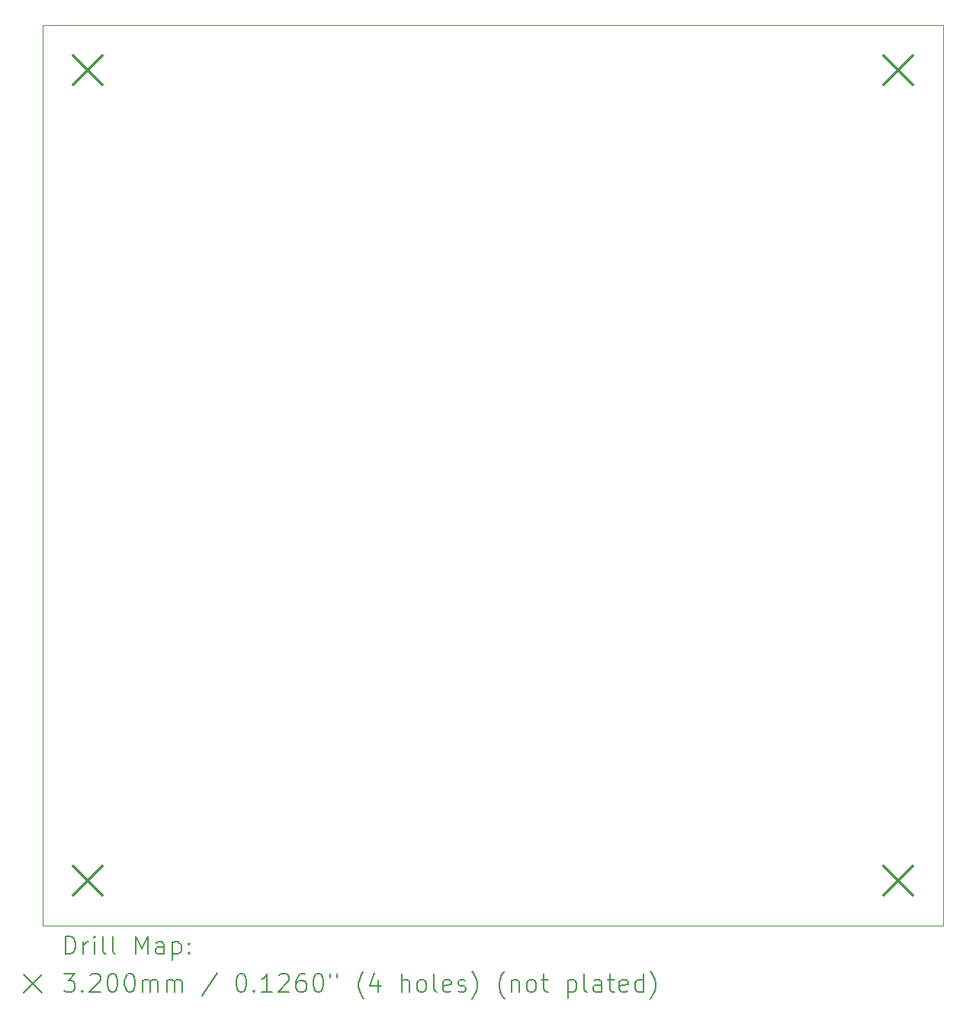
<source format=gbr>
%TF.GenerationSoftware,KiCad,Pcbnew,8.0.5*%
%TF.CreationDate,2024-11-03T16:46:17+01:00*%
%TF.ProjectId,cable-tester,6361626c-652d-4746-9573-7465722e6b69,rev?*%
%TF.SameCoordinates,Original*%
%TF.FileFunction,Drillmap*%
%TF.FilePolarity,Positive*%
%FSLAX45Y45*%
G04 Gerber Fmt 4.5, Leading zero omitted, Abs format (unit mm)*
G04 Created by KiCad (PCBNEW 8.0.5) date 2024-11-03 16:46:17*
%MOMM*%
%LPD*%
G01*
G04 APERTURE LIST*
%ADD10C,0.100000*%
%ADD11C,0.200000*%
%ADD12C,0.320000*%
G04 APERTURE END LIST*
D10*
X5000000Y-5000000D02*
X15000000Y-5000000D01*
X15000000Y-15000000D01*
X5000000Y-15000000D01*
X5000000Y-5000000D01*
D11*
D12*
X5340000Y-5340000D02*
X5660000Y-5660000D01*
X5660000Y-5340000D02*
X5340000Y-5660000D01*
X5340000Y-14340000D02*
X5660000Y-14660000D01*
X5660000Y-14340000D02*
X5340000Y-14660000D01*
X14340000Y-5340000D02*
X14660000Y-5660000D01*
X14660000Y-5340000D02*
X14340000Y-5660000D01*
X14340000Y-14340000D02*
X14660000Y-14660000D01*
X14660000Y-14340000D02*
X14340000Y-14660000D01*
D11*
X5255777Y-15316484D02*
X5255777Y-15116484D01*
X5255777Y-15116484D02*
X5303396Y-15116484D01*
X5303396Y-15116484D02*
X5331967Y-15126008D01*
X5331967Y-15126008D02*
X5351015Y-15145055D01*
X5351015Y-15145055D02*
X5360539Y-15164103D01*
X5360539Y-15164103D02*
X5370063Y-15202198D01*
X5370063Y-15202198D02*
X5370063Y-15230769D01*
X5370063Y-15230769D02*
X5360539Y-15268865D01*
X5360539Y-15268865D02*
X5351015Y-15287912D01*
X5351015Y-15287912D02*
X5331967Y-15306960D01*
X5331967Y-15306960D02*
X5303396Y-15316484D01*
X5303396Y-15316484D02*
X5255777Y-15316484D01*
X5455777Y-15316484D02*
X5455777Y-15183150D01*
X5455777Y-15221246D02*
X5465301Y-15202198D01*
X5465301Y-15202198D02*
X5474824Y-15192674D01*
X5474824Y-15192674D02*
X5493872Y-15183150D01*
X5493872Y-15183150D02*
X5512920Y-15183150D01*
X5579586Y-15316484D02*
X5579586Y-15183150D01*
X5579586Y-15116484D02*
X5570063Y-15126008D01*
X5570063Y-15126008D02*
X5579586Y-15135531D01*
X5579586Y-15135531D02*
X5589110Y-15126008D01*
X5589110Y-15126008D02*
X5579586Y-15116484D01*
X5579586Y-15116484D02*
X5579586Y-15135531D01*
X5703396Y-15316484D02*
X5684348Y-15306960D01*
X5684348Y-15306960D02*
X5674824Y-15287912D01*
X5674824Y-15287912D02*
X5674824Y-15116484D01*
X5808158Y-15316484D02*
X5789110Y-15306960D01*
X5789110Y-15306960D02*
X5779586Y-15287912D01*
X5779586Y-15287912D02*
X5779586Y-15116484D01*
X6036729Y-15316484D02*
X6036729Y-15116484D01*
X6036729Y-15116484D02*
X6103396Y-15259341D01*
X6103396Y-15259341D02*
X6170062Y-15116484D01*
X6170062Y-15116484D02*
X6170062Y-15316484D01*
X6351015Y-15316484D02*
X6351015Y-15211722D01*
X6351015Y-15211722D02*
X6341491Y-15192674D01*
X6341491Y-15192674D02*
X6322443Y-15183150D01*
X6322443Y-15183150D02*
X6284348Y-15183150D01*
X6284348Y-15183150D02*
X6265301Y-15192674D01*
X6351015Y-15306960D02*
X6331967Y-15316484D01*
X6331967Y-15316484D02*
X6284348Y-15316484D01*
X6284348Y-15316484D02*
X6265301Y-15306960D01*
X6265301Y-15306960D02*
X6255777Y-15287912D01*
X6255777Y-15287912D02*
X6255777Y-15268865D01*
X6255777Y-15268865D02*
X6265301Y-15249817D01*
X6265301Y-15249817D02*
X6284348Y-15240293D01*
X6284348Y-15240293D02*
X6331967Y-15240293D01*
X6331967Y-15240293D02*
X6351015Y-15230769D01*
X6446253Y-15183150D02*
X6446253Y-15383150D01*
X6446253Y-15192674D02*
X6465301Y-15183150D01*
X6465301Y-15183150D02*
X6503396Y-15183150D01*
X6503396Y-15183150D02*
X6522443Y-15192674D01*
X6522443Y-15192674D02*
X6531967Y-15202198D01*
X6531967Y-15202198D02*
X6541491Y-15221246D01*
X6541491Y-15221246D02*
X6541491Y-15278388D01*
X6541491Y-15278388D02*
X6531967Y-15297436D01*
X6531967Y-15297436D02*
X6522443Y-15306960D01*
X6522443Y-15306960D02*
X6503396Y-15316484D01*
X6503396Y-15316484D02*
X6465301Y-15316484D01*
X6465301Y-15316484D02*
X6446253Y-15306960D01*
X6627205Y-15297436D02*
X6636729Y-15306960D01*
X6636729Y-15306960D02*
X6627205Y-15316484D01*
X6627205Y-15316484D02*
X6617682Y-15306960D01*
X6617682Y-15306960D02*
X6627205Y-15297436D01*
X6627205Y-15297436D02*
X6627205Y-15316484D01*
X6627205Y-15192674D02*
X6636729Y-15202198D01*
X6636729Y-15202198D02*
X6627205Y-15211722D01*
X6627205Y-15211722D02*
X6617682Y-15202198D01*
X6617682Y-15202198D02*
X6627205Y-15192674D01*
X6627205Y-15192674D02*
X6627205Y-15211722D01*
X4795000Y-15545000D02*
X4995000Y-15745000D01*
X4995000Y-15545000D02*
X4795000Y-15745000D01*
X5236729Y-15536484D02*
X5360539Y-15536484D01*
X5360539Y-15536484D02*
X5293872Y-15612674D01*
X5293872Y-15612674D02*
X5322444Y-15612674D01*
X5322444Y-15612674D02*
X5341491Y-15622198D01*
X5341491Y-15622198D02*
X5351015Y-15631722D01*
X5351015Y-15631722D02*
X5360539Y-15650769D01*
X5360539Y-15650769D02*
X5360539Y-15698388D01*
X5360539Y-15698388D02*
X5351015Y-15717436D01*
X5351015Y-15717436D02*
X5341491Y-15726960D01*
X5341491Y-15726960D02*
X5322444Y-15736484D01*
X5322444Y-15736484D02*
X5265301Y-15736484D01*
X5265301Y-15736484D02*
X5246253Y-15726960D01*
X5246253Y-15726960D02*
X5236729Y-15717436D01*
X5446253Y-15717436D02*
X5455777Y-15726960D01*
X5455777Y-15726960D02*
X5446253Y-15736484D01*
X5446253Y-15736484D02*
X5436729Y-15726960D01*
X5436729Y-15726960D02*
X5446253Y-15717436D01*
X5446253Y-15717436D02*
X5446253Y-15736484D01*
X5531967Y-15555531D02*
X5541491Y-15546008D01*
X5541491Y-15546008D02*
X5560539Y-15536484D01*
X5560539Y-15536484D02*
X5608158Y-15536484D01*
X5608158Y-15536484D02*
X5627205Y-15546008D01*
X5627205Y-15546008D02*
X5636729Y-15555531D01*
X5636729Y-15555531D02*
X5646253Y-15574579D01*
X5646253Y-15574579D02*
X5646253Y-15593627D01*
X5646253Y-15593627D02*
X5636729Y-15622198D01*
X5636729Y-15622198D02*
X5522444Y-15736484D01*
X5522444Y-15736484D02*
X5646253Y-15736484D01*
X5770062Y-15536484D02*
X5789110Y-15536484D01*
X5789110Y-15536484D02*
X5808158Y-15546008D01*
X5808158Y-15546008D02*
X5817682Y-15555531D01*
X5817682Y-15555531D02*
X5827205Y-15574579D01*
X5827205Y-15574579D02*
X5836729Y-15612674D01*
X5836729Y-15612674D02*
X5836729Y-15660293D01*
X5836729Y-15660293D02*
X5827205Y-15698388D01*
X5827205Y-15698388D02*
X5817682Y-15717436D01*
X5817682Y-15717436D02*
X5808158Y-15726960D01*
X5808158Y-15726960D02*
X5789110Y-15736484D01*
X5789110Y-15736484D02*
X5770062Y-15736484D01*
X5770062Y-15736484D02*
X5751015Y-15726960D01*
X5751015Y-15726960D02*
X5741491Y-15717436D01*
X5741491Y-15717436D02*
X5731967Y-15698388D01*
X5731967Y-15698388D02*
X5722443Y-15660293D01*
X5722443Y-15660293D02*
X5722443Y-15612674D01*
X5722443Y-15612674D02*
X5731967Y-15574579D01*
X5731967Y-15574579D02*
X5741491Y-15555531D01*
X5741491Y-15555531D02*
X5751015Y-15546008D01*
X5751015Y-15546008D02*
X5770062Y-15536484D01*
X5960539Y-15536484D02*
X5979586Y-15536484D01*
X5979586Y-15536484D02*
X5998634Y-15546008D01*
X5998634Y-15546008D02*
X6008158Y-15555531D01*
X6008158Y-15555531D02*
X6017682Y-15574579D01*
X6017682Y-15574579D02*
X6027205Y-15612674D01*
X6027205Y-15612674D02*
X6027205Y-15660293D01*
X6027205Y-15660293D02*
X6017682Y-15698388D01*
X6017682Y-15698388D02*
X6008158Y-15717436D01*
X6008158Y-15717436D02*
X5998634Y-15726960D01*
X5998634Y-15726960D02*
X5979586Y-15736484D01*
X5979586Y-15736484D02*
X5960539Y-15736484D01*
X5960539Y-15736484D02*
X5941491Y-15726960D01*
X5941491Y-15726960D02*
X5931967Y-15717436D01*
X5931967Y-15717436D02*
X5922443Y-15698388D01*
X5922443Y-15698388D02*
X5912920Y-15660293D01*
X5912920Y-15660293D02*
X5912920Y-15612674D01*
X5912920Y-15612674D02*
X5922443Y-15574579D01*
X5922443Y-15574579D02*
X5931967Y-15555531D01*
X5931967Y-15555531D02*
X5941491Y-15546008D01*
X5941491Y-15546008D02*
X5960539Y-15536484D01*
X6112920Y-15736484D02*
X6112920Y-15603150D01*
X6112920Y-15622198D02*
X6122443Y-15612674D01*
X6122443Y-15612674D02*
X6141491Y-15603150D01*
X6141491Y-15603150D02*
X6170063Y-15603150D01*
X6170063Y-15603150D02*
X6189110Y-15612674D01*
X6189110Y-15612674D02*
X6198634Y-15631722D01*
X6198634Y-15631722D02*
X6198634Y-15736484D01*
X6198634Y-15631722D02*
X6208158Y-15612674D01*
X6208158Y-15612674D02*
X6227205Y-15603150D01*
X6227205Y-15603150D02*
X6255777Y-15603150D01*
X6255777Y-15603150D02*
X6274824Y-15612674D01*
X6274824Y-15612674D02*
X6284348Y-15631722D01*
X6284348Y-15631722D02*
X6284348Y-15736484D01*
X6379586Y-15736484D02*
X6379586Y-15603150D01*
X6379586Y-15622198D02*
X6389110Y-15612674D01*
X6389110Y-15612674D02*
X6408158Y-15603150D01*
X6408158Y-15603150D02*
X6436729Y-15603150D01*
X6436729Y-15603150D02*
X6455777Y-15612674D01*
X6455777Y-15612674D02*
X6465301Y-15631722D01*
X6465301Y-15631722D02*
X6465301Y-15736484D01*
X6465301Y-15631722D02*
X6474824Y-15612674D01*
X6474824Y-15612674D02*
X6493872Y-15603150D01*
X6493872Y-15603150D02*
X6522443Y-15603150D01*
X6522443Y-15603150D02*
X6541491Y-15612674D01*
X6541491Y-15612674D02*
X6551015Y-15631722D01*
X6551015Y-15631722D02*
X6551015Y-15736484D01*
X6941491Y-15526960D02*
X6770063Y-15784103D01*
X7198634Y-15536484D02*
X7217682Y-15536484D01*
X7217682Y-15536484D02*
X7236729Y-15546008D01*
X7236729Y-15546008D02*
X7246253Y-15555531D01*
X7246253Y-15555531D02*
X7255777Y-15574579D01*
X7255777Y-15574579D02*
X7265301Y-15612674D01*
X7265301Y-15612674D02*
X7265301Y-15660293D01*
X7265301Y-15660293D02*
X7255777Y-15698388D01*
X7255777Y-15698388D02*
X7246253Y-15717436D01*
X7246253Y-15717436D02*
X7236729Y-15726960D01*
X7236729Y-15726960D02*
X7217682Y-15736484D01*
X7217682Y-15736484D02*
X7198634Y-15736484D01*
X7198634Y-15736484D02*
X7179586Y-15726960D01*
X7179586Y-15726960D02*
X7170063Y-15717436D01*
X7170063Y-15717436D02*
X7160539Y-15698388D01*
X7160539Y-15698388D02*
X7151015Y-15660293D01*
X7151015Y-15660293D02*
X7151015Y-15612674D01*
X7151015Y-15612674D02*
X7160539Y-15574579D01*
X7160539Y-15574579D02*
X7170063Y-15555531D01*
X7170063Y-15555531D02*
X7179586Y-15546008D01*
X7179586Y-15546008D02*
X7198634Y-15536484D01*
X7351015Y-15717436D02*
X7360539Y-15726960D01*
X7360539Y-15726960D02*
X7351015Y-15736484D01*
X7351015Y-15736484D02*
X7341491Y-15726960D01*
X7341491Y-15726960D02*
X7351015Y-15717436D01*
X7351015Y-15717436D02*
X7351015Y-15736484D01*
X7551015Y-15736484D02*
X7436729Y-15736484D01*
X7493872Y-15736484D02*
X7493872Y-15536484D01*
X7493872Y-15536484D02*
X7474825Y-15565055D01*
X7474825Y-15565055D02*
X7455777Y-15584103D01*
X7455777Y-15584103D02*
X7436729Y-15593627D01*
X7627206Y-15555531D02*
X7636729Y-15546008D01*
X7636729Y-15546008D02*
X7655777Y-15536484D01*
X7655777Y-15536484D02*
X7703396Y-15536484D01*
X7703396Y-15536484D02*
X7722444Y-15546008D01*
X7722444Y-15546008D02*
X7731967Y-15555531D01*
X7731967Y-15555531D02*
X7741491Y-15574579D01*
X7741491Y-15574579D02*
X7741491Y-15593627D01*
X7741491Y-15593627D02*
X7731967Y-15622198D01*
X7731967Y-15622198D02*
X7617682Y-15736484D01*
X7617682Y-15736484D02*
X7741491Y-15736484D01*
X7912920Y-15536484D02*
X7874825Y-15536484D01*
X7874825Y-15536484D02*
X7855777Y-15546008D01*
X7855777Y-15546008D02*
X7846253Y-15555531D01*
X7846253Y-15555531D02*
X7827206Y-15584103D01*
X7827206Y-15584103D02*
X7817682Y-15622198D01*
X7817682Y-15622198D02*
X7817682Y-15698388D01*
X7817682Y-15698388D02*
X7827206Y-15717436D01*
X7827206Y-15717436D02*
X7836729Y-15726960D01*
X7836729Y-15726960D02*
X7855777Y-15736484D01*
X7855777Y-15736484D02*
X7893872Y-15736484D01*
X7893872Y-15736484D02*
X7912920Y-15726960D01*
X7912920Y-15726960D02*
X7922444Y-15717436D01*
X7922444Y-15717436D02*
X7931967Y-15698388D01*
X7931967Y-15698388D02*
X7931967Y-15650769D01*
X7931967Y-15650769D02*
X7922444Y-15631722D01*
X7922444Y-15631722D02*
X7912920Y-15622198D01*
X7912920Y-15622198D02*
X7893872Y-15612674D01*
X7893872Y-15612674D02*
X7855777Y-15612674D01*
X7855777Y-15612674D02*
X7836729Y-15622198D01*
X7836729Y-15622198D02*
X7827206Y-15631722D01*
X7827206Y-15631722D02*
X7817682Y-15650769D01*
X8055777Y-15536484D02*
X8074825Y-15536484D01*
X8074825Y-15536484D02*
X8093872Y-15546008D01*
X8093872Y-15546008D02*
X8103396Y-15555531D01*
X8103396Y-15555531D02*
X8112920Y-15574579D01*
X8112920Y-15574579D02*
X8122444Y-15612674D01*
X8122444Y-15612674D02*
X8122444Y-15660293D01*
X8122444Y-15660293D02*
X8112920Y-15698388D01*
X8112920Y-15698388D02*
X8103396Y-15717436D01*
X8103396Y-15717436D02*
X8093872Y-15726960D01*
X8093872Y-15726960D02*
X8074825Y-15736484D01*
X8074825Y-15736484D02*
X8055777Y-15736484D01*
X8055777Y-15736484D02*
X8036729Y-15726960D01*
X8036729Y-15726960D02*
X8027206Y-15717436D01*
X8027206Y-15717436D02*
X8017682Y-15698388D01*
X8017682Y-15698388D02*
X8008158Y-15660293D01*
X8008158Y-15660293D02*
X8008158Y-15612674D01*
X8008158Y-15612674D02*
X8017682Y-15574579D01*
X8017682Y-15574579D02*
X8027206Y-15555531D01*
X8027206Y-15555531D02*
X8036729Y-15546008D01*
X8036729Y-15546008D02*
X8055777Y-15536484D01*
X8198634Y-15536484D02*
X8198634Y-15574579D01*
X8274825Y-15536484D02*
X8274825Y-15574579D01*
X8570063Y-15812674D02*
X8560539Y-15803150D01*
X8560539Y-15803150D02*
X8541491Y-15774579D01*
X8541491Y-15774579D02*
X8531968Y-15755531D01*
X8531968Y-15755531D02*
X8522444Y-15726960D01*
X8522444Y-15726960D02*
X8512920Y-15679341D01*
X8512920Y-15679341D02*
X8512920Y-15641246D01*
X8512920Y-15641246D02*
X8522444Y-15593627D01*
X8522444Y-15593627D02*
X8531968Y-15565055D01*
X8531968Y-15565055D02*
X8541491Y-15546008D01*
X8541491Y-15546008D02*
X8560539Y-15517436D01*
X8560539Y-15517436D02*
X8570063Y-15507912D01*
X8731968Y-15603150D02*
X8731968Y-15736484D01*
X8684349Y-15526960D02*
X8636730Y-15669817D01*
X8636730Y-15669817D02*
X8760539Y-15669817D01*
X8989111Y-15736484D02*
X8989111Y-15536484D01*
X9074825Y-15736484D02*
X9074825Y-15631722D01*
X9074825Y-15631722D02*
X9065301Y-15612674D01*
X9065301Y-15612674D02*
X9046253Y-15603150D01*
X9046253Y-15603150D02*
X9017682Y-15603150D01*
X9017682Y-15603150D02*
X8998634Y-15612674D01*
X8998634Y-15612674D02*
X8989111Y-15622198D01*
X9198634Y-15736484D02*
X9179587Y-15726960D01*
X9179587Y-15726960D02*
X9170063Y-15717436D01*
X9170063Y-15717436D02*
X9160539Y-15698388D01*
X9160539Y-15698388D02*
X9160539Y-15641246D01*
X9160539Y-15641246D02*
X9170063Y-15622198D01*
X9170063Y-15622198D02*
X9179587Y-15612674D01*
X9179587Y-15612674D02*
X9198634Y-15603150D01*
X9198634Y-15603150D02*
X9227206Y-15603150D01*
X9227206Y-15603150D02*
X9246253Y-15612674D01*
X9246253Y-15612674D02*
X9255777Y-15622198D01*
X9255777Y-15622198D02*
X9265301Y-15641246D01*
X9265301Y-15641246D02*
X9265301Y-15698388D01*
X9265301Y-15698388D02*
X9255777Y-15717436D01*
X9255777Y-15717436D02*
X9246253Y-15726960D01*
X9246253Y-15726960D02*
X9227206Y-15736484D01*
X9227206Y-15736484D02*
X9198634Y-15736484D01*
X9379587Y-15736484D02*
X9360539Y-15726960D01*
X9360539Y-15726960D02*
X9351015Y-15707912D01*
X9351015Y-15707912D02*
X9351015Y-15536484D01*
X9531968Y-15726960D02*
X9512920Y-15736484D01*
X9512920Y-15736484D02*
X9474825Y-15736484D01*
X9474825Y-15736484D02*
X9455777Y-15726960D01*
X9455777Y-15726960D02*
X9446253Y-15707912D01*
X9446253Y-15707912D02*
X9446253Y-15631722D01*
X9446253Y-15631722D02*
X9455777Y-15612674D01*
X9455777Y-15612674D02*
X9474825Y-15603150D01*
X9474825Y-15603150D02*
X9512920Y-15603150D01*
X9512920Y-15603150D02*
X9531968Y-15612674D01*
X9531968Y-15612674D02*
X9541492Y-15631722D01*
X9541492Y-15631722D02*
X9541492Y-15650769D01*
X9541492Y-15650769D02*
X9446253Y-15669817D01*
X9617682Y-15726960D02*
X9636730Y-15736484D01*
X9636730Y-15736484D02*
X9674825Y-15736484D01*
X9674825Y-15736484D02*
X9693873Y-15726960D01*
X9693873Y-15726960D02*
X9703396Y-15707912D01*
X9703396Y-15707912D02*
X9703396Y-15698388D01*
X9703396Y-15698388D02*
X9693873Y-15679341D01*
X9693873Y-15679341D02*
X9674825Y-15669817D01*
X9674825Y-15669817D02*
X9646253Y-15669817D01*
X9646253Y-15669817D02*
X9627206Y-15660293D01*
X9627206Y-15660293D02*
X9617682Y-15641246D01*
X9617682Y-15641246D02*
X9617682Y-15631722D01*
X9617682Y-15631722D02*
X9627206Y-15612674D01*
X9627206Y-15612674D02*
X9646253Y-15603150D01*
X9646253Y-15603150D02*
X9674825Y-15603150D01*
X9674825Y-15603150D02*
X9693873Y-15612674D01*
X9770063Y-15812674D02*
X9779587Y-15803150D01*
X9779587Y-15803150D02*
X9798634Y-15774579D01*
X9798634Y-15774579D02*
X9808158Y-15755531D01*
X9808158Y-15755531D02*
X9817682Y-15726960D01*
X9817682Y-15726960D02*
X9827206Y-15679341D01*
X9827206Y-15679341D02*
X9827206Y-15641246D01*
X9827206Y-15641246D02*
X9817682Y-15593627D01*
X9817682Y-15593627D02*
X9808158Y-15565055D01*
X9808158Y-15565055D02*
X9798634Y-15546008D01*
X9798634Y-15546008D02*
X9779587Y-15517436D01*
X9779587Y-15517436D02*
X9770063Y-15507912D01*
X10131968Y-15812674D02*
X10122444Y-15803150D01*
X10122444Y-15803150D02*
X10103396Y-15774579D01*
X10103396Y-15774579D02*
X10093873Y-15755531D01*
X10093873Y-15755531D02*
X10084349Y-15726960D01*
X10084349Y-15726960D02*
X10074825Y-15679341D01*
X10074825Y-15679341D02*
X10074825Y-15641246D01*
X10074825Y-15641246D02*
X10084349Y-15593627D01*
X10084349Y-15593627D02*
X10093873Y-15565055D01*
X10093873Y-15565055D02*
X10103396Y-15546008D01*
X10103396Y-15546008D02*
X10122444Y-15517436D01*
X10122444Y-15517436D02*
X10131968Y-15507912D01*
X10208158Y-15603150D02*
X10208158Y-15736484D01*
X10208158Y-15622198D02*
X10217682Y-15612674D01*
X10217682Y-15612674D02*
X10236730Y-15603150D01*
X10236730Y-15603150D02*
X10265301Y-15603150D01*
X10265301Y-15603150D02*
X10284349Y-15612674D01*
X10284349Y-15612674D02*
X10293873Y-15631722D01*
X10293873Y-15631722D02*
X10293873Y-15736484D01*
X10417682Y-15736484D02*
X10398634Y-15726960D01*
X10398634Y-15726960D02*
X10389111Y-15717436D01*
X10389111Y-15717436D02*
X10379587Y-15698388D01*
X10379587Y-15698388D02*
X10379587Y-15641246D01*
X10379587Y-15641246D02*
X10389111Y-15622198D01*
X10389111Y-15622198D02*
X10398634Y-15612674D01*
X10398634Y-15612674D02*
X10417682Y-15603150D01*
X10417682Y-15603150D02*
X10446254Y-15603150D01*
X10446254Y-15603150D02*
X10465301Y-15612674D01*
X10465301Y-15612674D02*
X10474825Y-15622198D01*
X10474825Y-15622198D02*
X10484349Y-15641246D01*
X10484349Y-15641246D02*
X10484349Y-15698388D01*
X10484349Y-15698388D02*
X10474825Y-15717436D01*
X10474825Y-15717436D02*
X10465301Y-15726960D01*
X10465301Y-15726960D02*
X10446254Y-15736484D01*
X10446254Y-15736484D02*
X10417682Y-15736484D01*
X10541492Y-15603150D02*
X10617682Y-15603150D01*
X10570063Y-15536484D02*
X10570063Y-15707912D01*
X10570063Y-15707912D02*
X10579587Y-15726960D01*
X10579587Y-15726960D02*
X10598634Y-15736484D01*
X10598634Y-15736484D02*
X10617682Y-15736484D01*
X10836730Y-15603150D02*
X10836730Y-15803150D01*
X10836730Y-15612674D02*
X10855777Y-15603150D01*
X10855777Y-15603150D02*
X10893873Y-15603150D01*
X10893873Y-15603150D02*
X10912920Y-15612674D01*
X10912920Y-15612674D02*
X10922444Y-15622198D01*
X10922444Y-15622198D02*
X10931968Y-15641246D01*
X10931968Y-15641246D02*
X10931968Y-15698388D01*
X10931968Y-15698388D02*
X10922444Y-15717436D01*
X10922444Y-15717436D02*
X10912920Y-15726960D01*
X10912920Y-15726960D02*
X10893873Y-15736484D01*
X10893873Y-15736484D02*
X10855777Y-15736484D01*
X10855777Y-15736484D02*
X10836730Y-15726960D01*
X11046254Y-15736484D02*
X11027206Y-15726960D01*
X11027206Y-15726960D02*
X11017682Y-15707912D01*
X11017682Y-15707912D02*
X11017682Y-15536484D01*
X11208158Y-15736484D02*
X11208158Y-15631722D01*
X11208158Y-15631722D02*
X11198634Y-15612674D01*
X11198634Y-15612674D02*
X11179587Y-15603150D01*
X11179587Y-15603150D02*
X11141492Y-15603150D01*
X11141492Y-15603150D02*
X11122444Y-15612674D01*
X11208158Y-15726960D02*
X11189111Y-15736484D01*
X11189111Y-15736484D02*
X11141492Y-15736484D01*
X11141492Y-15736484D02*
X11122444Y-15726960D01*
X11122444Y-15726960D02*
X11112920Y-15707912D01*
X11112920Y-15707912D02*
X11112920Y-15688865D01*
X11112920Y-15688865D02*
X11122444Y-15669817D01*
X11122444Y-15669817D02*
X11141492Y-15660293D01*
X11141492Y-15660293D02*
X11189111Y-15660293D01*
X11189111Y-15660293D02*
X11208158Y-15650769D01*
X11274825Y-15603150D02*
X11351015Y-15603150D01*
X11303396Y-15536484D02*
X11303396Y-15707912D01*
X11303396Y-15707912D02*
X11312920Y-15726960D01*
X11312920Y-15726960D02*
X11331968Y-15736484D01*
X11331968Y-15736484D02*
X11351015Y-15736484D01*
X11493873Y-15726960D02*
X11474825Y-15736484D01*
X11474825Y-15736484D02*
X11436730Y-15736484D01*
X11436730Y-15736484D02*
X11417682Y-15726960D01*
X11417682Y-15726960D02*
X11408158Y-15707912D01*
X11408158Y-15707912D02*
X11408158Y-15631722D01*
X11408158Y-15631722D02*
X11417682Y-15612674D01*
X11417682Y-15612674D02*
X11436730Y-15603150D01*
X11436730Y-15603150D02*
X11474825Y-15603150D01*
X11474825Y-15603150D02*
X11493873Y-15612674D01*
X11493873Y-15612674D02*
X11503396Y-15631722D01*
X11503396Y-15631722D02*
X11503396Y-15650769D01*
X11503396Y-15650769D02*
X11408158Y-15669817D01*
X11674825Y-15736484D02*
X11674825Y-15536484D01*
X11674825Y-15726960D02*
X11655777Y-15736484D01*
X11655777Y-15736484D02*
X11617682Y-15736484D01*
X11617682Y-15736484D02*
X11598634Y-15726960D01*
X11598634Y-15726960D02*
X11589111Y-15717436D01*
X11589111Y-15717436D02*
X11579587Y-15698388D01*
X11579587Y-15698388D02*
X11579587Y-15641246D01*
X11579587Y-15641246D02*
X11589111Y-15622198D01*
X11589111Y-15622198D02*
X11598634Y-15612674D01*
X11598634Y-15612674D02*
X11617682Y-15603150D01*
X11617682Y-15603150D02*
X11655777Y-15603150D01*
X11655777Y-15603150D02*
X11674825Y-15612674D01*
X11751015Y-15812674D02*
X11760539Y-15803150D01*
X11760539Y-15803150D02*
X11779587Y-15774579D01*
X11779587Y-15774579D02*
X11789111Y-15755531D01*
X11789111Y-15755531D02*
X11798634Y-15726960D01*
X11798634Y-15726960D02*
X11808158Y-15679341D01*
X11808158Y-15679341D02*
X11808158Y-15641246D01*
X11808158Y-15641246D02*
X11798634Y-15593627D01*
X11798634Y-15593627D02*
X11789111Y-15565055D01*
X11789111Y-15565055D02*
X11779587Y-15546008D01*
X11779587Y-15546008D02*
X11760539Y-15517436D01*
X11760539Y-15517436D02*
X11751015Y-15507912D01*
M02*

</source>
